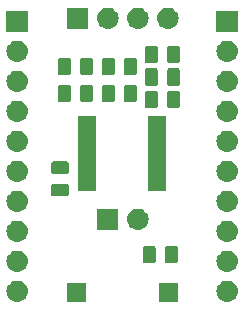
<source format=gbr>
G04 #@! TF.GenerationSoftware,KiCad,Pcbnew,(5.1.4)-1*
G04 #@! TF.CreationDate,2019-11-17T02:46:42+01:00*
G04 #@! TF.ProjectId,STM8_board,53544d38-5f62-46f6-9172-642e6b696361,1.0*
G04 #@! TF.SameCoordinates,Original*
G04 #@! TF.FileFunction,Soldermask,Top*
G04 #@! TF.FilePolarity,Negative*
%FSLAX46Y46*%
G04 Gerber Fmt 4.6, Leading zero omitted, Abs format (unit mm)*
G04 Created by KiCad (PCBNEW (5.1.4)-1) date 2019-11-17 02:46:42*
%MOMM*%
%LPD*%
G04 APERTURE LIST*
%ADD10C,0.100000*%
G04 APERTURE END LIST*
D10*
G36*
X151049942Y-104769518D02*
G01*
X151116127Y-104776037D01*
X151285966Y-104827557D01*
X151442491Y-104911222D01*
X151461107Y-104926500D01*
X151579686Y-105023814D01*
X151662948Y-105125271D01*
X151692278Y-105161009D01*
X151775943Y-105317534D01*
X151827463Y-105487373D01*
X151844859Y-105664000D01*
X151827463Y-105840627D01*
X151775943Y-106010466D01*
X151692278Y-106166991D01*
X151662948Y-106202729D01*
X151579686Y-106304186D01*
X151478229Y-106387448D01*
X151442491Y-106416778D01*
X151285966Y-106500443D01*
X151116127Y-106551963D01*
X151049942Y-106558482D01*
X150983760Y-106565000D01*
X150895240Y-106565000D01*
X150829058Y-106558482D01*
X150762873Y-106551963D01*
X150593034Y-106500443D01*
X150436509Y-106416778D01*
X150400771Y-106387448D01*
X150299314Y-106304186D01*
X150216052Y-106202729D01*
X150186722Y-106166991D01*
X150103057Y-106010466D01*
X150051537Y-105840627D01*
X150034141Y-105664000D01*
X150051537Y-105487373D01*
X150103057Y-105317534D01*
X150186722Y-105161009D01*
X150216052Y-105125271D01*
X150299314Y-105023814D01*
X150417893Y-104926500D01*
X150436509Y-104911222D01*
X150593034Y-104827557D01*
X150762873Y-104776037D01*
X150829058Y-104769518D01*
X150895240Y-104763000D01*
X150983760Y-104763000D01*
X151049942Y-104769518D01*
X151049942Y-104769518D01*
G37*
G36*
X133269942Y-104769518D02*
G01*
X133336127Y-104776037D01*
X133505966Y-104827557D01*
X133662491Y-104911222D01*
X133681107Y-104926500D01*
X133799686Y-105023814D01*
X133882948Y-105125271D01*
X133912278Y-105161009D01*
X133995943Y-105317534D01*
X134047463Y-105487373D01*
X134064859Y-105664000D01*
X134047463Y-105840627D01*
X133995943Y-106010466D01*
X133912278Y-106166991D01*
X133882948Y-106202729D01*
X133799686Y-106304186D01*
X133698229Y-106387448D01*
X133662491Y-106416778D01*
X133505966Y-106500443D01*
X133336127Y-106551963D01*
X133269942Y-106558482D01*
X133203760Y-106565000D01*
X133115240Y-106565000D01*
X133049058Y-106558482D01*
X132982873Y-106551963D01*
X132813034Y-106500443D01*
X132656509Y-106416778D01*
X132620771Y-106387448D01*
X132519314Y-106304186D01*
X132436052Y-106202729D01*
X132406722Y-106166991D01*
X132323057Y-106010466D01*
X132271537Y-105840627D01*
X132254141Y-105664000D01*
X132271537Y-105487373D01*
X132323057Y-105317534D01*
X132406722Y-105161009D01*
X132436052Y-105125271D01*
X132519314Y-105023814D01*
X132637893Y-104926500D01*
X132656509Y-104911222D01*
X132813034Y-104827557D01*
X132982873Y-104776037D01*
X133049058Y-104769518D01*
X133115240Y-104763000D01*
X133203760Y-104763000D01*
X133269942Y-104769518D01*
X133269942Y-104769518D01*
G37*
G36*
X138950500Y-106528500D02*
G01*
X137348500Y-106528500D01*
X137348500Y-104926500D01*
X138950500Y-104926500D01*
X138950500Y-106528500D01*
X138950500Y-106528500D01*
G37*
G36*
X146750500Y-106528500D02*
G01*
X145148500Y-106528500D01*
X145148500Y-104926500D01*
X146750500Y-104926500D01*
X146750500Y-106528500D01*
X146750500Y-106528500D01*
G37*
G36*
X151049943Y-102229519D02*
G01*
X151116127Y-102236037D01*
X151285966Y-102287557D01*
X151442491Y-102371222D01*
X151478229Y-102400552D01*
X151579686Y-102483814D01*
X151662948Y-102585271D01*
X151692278Y-102621009D01*
X151775943Y-102777534D01*
X151827463Y-102947373D01*
X151844859Y-103124000D01*
X151827463Y-103300627D01*
X151775943Y-103470466D01*
X151692278Y-103626991D01*
X151662948Y-103662729D01*
X151579686Y-103764186D01*
X151478229Y-103847448D01*
X151442491Y-103876778D01*
X151285966Y-103960443D01*
X151116127Y-104011963D01*
X151049943Y-104018481D01*
X150983760Y-104025000D01*
X150895240Y-104025000D01*
X150829057Y-104018481D01*
X150762873Y-104011963D01*
X150593034Y-103960443D01*
X150436509Y-103876778D01*
X150400771Y-103847448D01*
X150299314Y-103764186D01*
X150216052Y-103662729D01*
X150186722Y-103626991D01*
X150103057Y-103470466D01*
X150051537Y-103300627D01*
X150034141Y-103124000D01*
X150051537Y-102947373D01*
X150103057Y-102777534D01*
X150186722Y-102621009D01*
X150216052Y-102585271D01*
X150299314Y-102483814D01*
X150400771Y-102400552D01*
X150436509Y-102371222D01*
X150593034Y-102287557D01*
X150762873Y-102236037D01*
X150829057Y-102229519D01*
X150895240Y-102223000D01*
X150983760Y-102223000D01*
X151049943Y-102229519D01*
X151049943Y-102229519D01*
G37*
G36*
X133269943Y-102229519D02*
G01*
X133336127Y-102236037D01*
X133505966Y-102287557D01*
X133662491Y-102371222D01*
X133698229Y-102400552D01*
X133799686Y-102483814D01*
X133882948Y-102585271D01*
X133912278Y-102621009D01*
X133995943Y-102777534D01*
X134047463Y-102947373D01*
X134064859Y-103124000D01*
X134047463Y-103300627D01*
X133995943Y-103470466D01*
X133912278Y-103626991D01*
X133882948Y-103662729D01*
X133799686Y-103764186D01*
X133698229Y-103847448D01*
X133662491Y-103876778D01*
X133505966Y-103960443D01*
X133336127Y-104011963D01*
X133269943Y-104018481D01*
X133203760Y-104025000D01*
X133115240Y-104025000D01*
X133049057Y-104018481D01*
X132982873Y-104011963D01*
X132813034Y-103960443D01*
X132656509Y-103876778D01*
X132620771Y-103847448D01*
X132519314Y-103764186D01*
X132436052Y-103662729D01*
X132406722Y-103626991D01*
X132323057Y-103470466D01*
X132271537Y-103300627D01*
X132254141Y-103124000D01*
X132271537Y-102947373D01*
X132323057Y-102777534D01*
X132406722Y-102621009D01*
X132436052Y-102585271D01*
X132519314Y-102483814D01*
X132620771Y-102400552D01*
X132656509Y-102371222D01*
X132813034Y-102287557D01*
X132982873Y-102236037D01*
X133049057Y-102229519D01*
X133115240Y-102223000D01*
X133203760Y-102223000D01*
X133269943Y-102229519D01*
X133269943Y-102229519D01*
G37*
G36*
X146597468Y-101806065D02*
G01*
X146636138Y-101817796D01*
X146671777Y-101836846D01*
X146703017Y-101862483D01*
X146728654Y-101893723D01*
X146747704Y-101929362D01*
X146759435Y-101968032D01*
X146764000Y-102014388D01*
X146764000Y-103090612D01*
X146759435Y-103136968D01*
X146747704Y-103175638D01*
X146728654Y-103211277D01*
X146703017Y-103242517D01*
X146671777Y-103268154D01*
X146636138Y-103287204D01*
X146597468Y-103298935D01*
X146551112Y-103303500D01*
X145899888Y-103303500D01*
X145853532Y-103298935D01*
X145814862Y-103287204D01*
X145779223Y-103268154D01*
X145747983Y-103242517D01*
X145722346Y-103211277D01*
X145703296Y-103175638D01*
X145691565Y-103136968D01*
X145687000Y-103090612D01*
X145687000Y-102014388D01*
X145691565Y-101968032D01*
X145703296Y-101929362D01*
X145722346Y-101893723D01*
X145747983Y-101862483D01*
X145779223Y-101836846D01*
X145814862Y-101817796D01*
X145853532Y-101806065D01*
X145899888Y-101801500D01*
X146551112Y-101801500D01*
X146597468Y-101806065D01*
X146597468Y-101806065D01*
G37*
G36*
X144722468Y-101806065D02*
G01*
X144761138Y-101817796D01*
X144796777Y-101836846D01*
X144828017Y-101862483D01*
X144853654Y-101893723D01*
X144872704Y-101929362D01*
X144884435Y-101968032D01*
X144889000Y-102014388D01*
X144889000Y-103090612D01*
X144884435Y-103136968D01*
X144872704Y-103175638D01*
X144853654Y-103211277D01*
X144828017Y-103242517D01*
X144796777Y-103268154D01*
X144761138Y-103287204D01*
X144722468Y-103298935D01*
X144676112Y-103303500D01*
X144024888Y-103303500D01*
X143978532Y-103298935D01*
X143939862Y-103287204D01*
X143904223Y-103268154D01*
X143872983Y-103242517D01*
X143847346Y-103211277D01*
X143828296Y-103175638D01*
X143816565Y-103136968D01*
X143812000Y-103090612D01*
X143812000Y-102014388D01*
X143816565Y-101968032D01*
X143828296Y-101929362D01*
X143847346Y-101893723D01*
X143872983Y-101862483D01*
X143904223Y-101836846D01*
X143939862Y-101817796D01*
X143978532Y-101806065D01*
X144024888Y-101801500D01*
X144676112Y-101801500D01*
X144722468Y-101806065D01*
X144722468Y-101806065D01*
G37*
G36*
X133269942Y-99689518D02*
G01*
X133336127Y-99696037D01*
X133505966Y-99747557D01*
X133662491Y-99831222D01*
X133698229Y-99860552D01*
X133799686Y-99943814D01*
X133882948Y-100045271D01*
X133912278Y-100081009D01*
X133995943Y-100237534D01*
X134047463Y-100407373D01*
X134064859Y-100584000D01*
X134047463Y-100760627D01*
X133995943Y-100930466D01*
X133912278Y-101086991D01*
X133882948Y-101122729D01*
X133799686Y-101224186D01*
X133698229Y-101307448D01*
X133662491Y-101336778D01*
X133505966Y-101420443D01*
X133336127Y-101471963D01*
X133269943Y-101478481D01*
X133203760Y-101485000D01*
X133115240Y-101485000D01*
X133049057Y-101478481D01*
X132982873Y-101471963D01*
X132813034Y-101420443D01*
X132656509Y-101336778D01*
X132620771Y-101307448D01*
X132519314Y-101224186D01*
X132436052Y-101122729D01*
X132406722Y-101086991D01*
X132323057Y-100930466D01*
X132271537Y-100760627D01*
X132254141Y-100584000D01*
X132271537Y-100407373D01*
X132323057Y-100237534D01*
X132406722Y-100081009D01*
X132436052Y-100045271D01*
X132519314Y-99943814D01*
X132620771Y-99860552D01*
X132656509Y-99831222D01*
X132813034Y-99747557D01*
X132982873Y-99696037D01*
X133049058Y-99689518D01*
X133115240Y-99683000D01*
X133203760Y-99683000D01*
X133269942Y-99689518D01*
X133269942Y-99689518D01*
G37*
G36*
X151049942Y-99689518D02*
G01*
X151116127Y-99696037D01*
X151285966Y-99747557D01*
X151442491Y-99831222D01*
X151478229Y-99860552D01*
X151579686Y-99943814D01*
X151662948Y-100045271D01*
X151692278Y-100081009D01*
X151775943Y-100237534D01*
X151827463Y-100407373D01*
X151844859Y-100584000D01*
X151827463Y-100760627D01*
X151775943Y-100930466D01*
X151692278Y-101086991D01*
X151662948Y-101122729D01*
X151579686Y-101224186D01*
X151478229Y-101307448D01*
X151442491Y-101336778D01*
X151285966Y-101420443D01*
X151116127Y-101471963D01*
X151049943Y-101478481D01*
X150983760Y-101485000D01*
X150895240Y-101485000D01*
X150829057Y-101478481D01*
X150762873Y-101471963D01*
X150593034Y-101420443D01*
X150436509Y-101336778D01*
X150400771Y-101307448D01*
X150299314Y-101224186D01*
X150216052Y-101122729D01*
X150186722Y-101086991D01*
X150103057Y-100930466D01*
X150051537Y-100760627D01*
X150034141Y-100584000D01*
X150051537Y-100407373D01*
X150103057Y-100237534D01*
X150186722Y-100081009D01*
X150216052Y-100045271D01*
X150299314Y-99943814D01*
X150400771Y-99860552D01*
X150436509Y-99831222D01*
X150593034Y-99747557D01*
X150762873Y-99696037D01*
X150829058Y-99689518D01*
X150895240Y-99683000D01*
X150983760Y-99683000D01*
X151049942Y-99689518D01*
X151049942Y-99689518D01*
G37*
G36*
X143493442Y-98673518D02*
G01*
X143559627Y-98680037D01*
X143729466Y-98731557D01*
X143885991Y-98815222D01*
X143921729Y-98844552D01*
X144023186Y-98927814D01*
X144106448Y-99029271D01*
X144135778Y-99065009D01*
X144219443Y-99221534D01*
X144270963Y-99391373D01*
X144288359Y-99568000D01*
X144270963Y-99744627D01*
X144219443Y-99914466D01*
X144135778Y-100070991D01*
X144106448Y-100106729D01*
X144023186Y-100208186D01*
X143921729Y-100291448D01*
X143885991Y-100320778D01*
X143729466Y-100404443D01*
X143559627Y-100455963D01*
X143493442Y-100462482D01*
X143427260Y-100469000D01*
X143338740Y-100469000D01*
X143272557Y-100462481D01*
X143206373Y-100455963D01*
X143036534Y-100404443D01*
X142880009Y-100320778D01*
X142844271Y-100291448D01*
X142742814Y-100208186D01*
X142659552Y-100106729D01*
X142630222Y-100070991D01*
X142546557Y-99914466D01*
X142495037Y-99744627D01*
X142477641Y-99568000D01*
X142495037Y-99391373D01*
X142546557Y-99221534D01*
X142630222Y-99065009D01*
X142659552Y-99029271D01*
X142742814Y-98927814D01*
X142844271Y-98844552D01*
X142880009Y-98815222D01*
X143036534Y-98731557D01*
X143206373Y-98680037D01*
X143272558Y-98673518D01*
X143338740Y-98667000D01*
X143427260Y-98667000D01*
X143493442Y-98673518D01*
X143493442Y-98673518D01*
G37*
G36*
X141744000Y-100469000D02*
G01*
X139942000Y-100469000D01*
X139942000Y-98667000D01*
X141744000Y-98667000D01*
X141744000Y-100469000D01*
X141744000Y-100469000D01*
G37*
G36*
X151049943Y-97149519D02*
G01*
X151116127Y-97156037D01*
X151285966Y-97207557D01*
X151442491Y-97291222D01*
X151478229Y-97320552D01*
X151579686Y-97403814D01*
X151648067Y-97487138D01*
X151692278Y-97541009D01*
X151775943Y-97697534D01*
X151827463Y-97867373D01*
X151844859Y-98044000D01*
X151827463Y-98220627D01*
X151775943Y-98390466D01*
X151692278Y-98546991D01*
X151662948Y-98582729D01*
X151579686Y-98684186D01*
X151478229Y-98767448D01*
X151442491Y-98796778D01*
X151285966Y-98880443D01*
X151116127Y-98931963D01*
X151049943Y-98938481D01*
X150983760Y-98945000D01*
X150895240Y-98945000D01*
X150829058Y-98938482D01*
X150762873Y-98931963D01*
X150593034Y-98880443D01*
X150436509Y-98796778D01*
X150400771Y-98767448D01*
X150299314Y-98684186D01*
X150216052Y-98582729D01*
X150186722Y-98546991D01*
X150103057Y-98390466D01*
X150051537Y-98220627D01*
X150034141Y-98044000D01*
X150051537Y-97867373D01*
X150103057Y-97697534D01*
X150186722Y-97541009D01*
X150230933Y-97487138D01*
X150299314Y-97403814D01*
X150400771Y-97320552D01*
X150436509Y-97291222D01*
X150593034Y-97207557D01*
X150762873Y-97156037D01*
X150829058Y-97149518D01*
X150895240Y-97143000D01*
X150983760Y-97143000D01*
X151049943Y-97149519D01*
X151049943Y-97149519D01*
G37*
G36*
X133269943Y-97149519D02*
G01*
X133336127Y-97156037D01*
X133505966Y-97207557D01*
X133662491Y-97291222D01*
X133698229Y-97320552D01*
X133799686Y-97403814D01*
X133868067Y-97487138D01*
X133912278Y-97541009D01*
X133995943Y-97697534D01*
X134047463Y-97867373D01*
X134064859Y-98044000D01*
X134047463Y-98220627D01*
X133995943Y-98390466D01*
X133912278Y-98546991D01*
X133882948Y-98582729D01*
X133799686Y-98684186D01*
X133698229Y-98767448D01*
X133662491Y-98796778D01*
X133505966Y-98880443D01*
X133336127Y-98931963D01*
X133269943Y-98938481D01*
X133203760Y-98945000D01*
X133115240Y-98945000D01*
X133049058Y-98938482D01*
X132982873Y-98931963D01*
X132813034Y-98880443D01*
X132656509Y-98796778D01*
X132620771Y-98767448D01*
X132519314Y-98684186D01*
X132436052Y-98582729D01*
X132406722Y-98546991D01*
X132323057Y-98390466D01*
X132271537Y-98220627D01*
X132254141Y-98044000D01*
X132271537Y-97867373D01*
X132323057Y-97697534D01*
X132406722Y-97541009D01*
X132450933Y-97487138D01*
X132519314Y-97403814D01*
X132620771Y-97320552D01*
X132656509Y-97291222D01*
X132813034Y-97207557D01*
X132982873Y-97156037D01*
X133049058Y-97149518D01*
X133115240Y-97143000D01*
X133203760Y-97143000D01*
X133269943Y-97149519D01*
X133269943Y-97149519D01*
G37*
G36*
X137363468Y-96542565D02*
G01*
X137402138Y-96554296D01*
X137437777Y-96573346D01*
X137469017Y-96598983D01*
X137494654Y-96630223D01*
X137513704Y-96665862D01*
X137525435Y-96704532D01*
X137530000Y-96750888D01*
X137530000Y-97402112D01*
X137525435Y-97448468D01*
X137513704Y-97487138D01*
X137494654Y-97522777D01*
X137469017Y-97554017D01*
X137437777Y-97579654D01*
X137402138Y-97598704D01*
X137363468Y-97610435D01*
X137317112Y-97615000D01*
X136240888Y-97615000D01*
X136194532Y-97610435D01*
X136155862Y-97598704D01*
X136120223Y-97579654D01*
X136088983Y-97554017D01*
X136063346Y-97522777D01*
X136044296Y-97487138D01*
X136032565Y-97448468D01*
X136028000Y-97402112D01*
X136028000Y-96750888D01*
X136032565Y-96704532D01*
X136044296Y-96665862D01*
X136063346Y-96630223D01*
X136088983Y-96598983D01*
X136120223Y-96573346D01*
X136155862Y-96554296D01*
X136194532Y-96542565D01*
X136240888Y-96538000D01*
X137317112Y-96538000D01*
X137363468Y-96542565D01*
X137363468Y-96542565D01*
G37*
G36*
X145775500Y-97181000D02*
G01*
X144223500Y-97181000D01*
X144223500Y-90779000D01*
X145775500Y-90779000D01*
X145775500Y-97181000D01*
X145775500Y-97181000D01*
G37*
G36*
X139875500Y-97181000D02*
G01*
X138323500Y-97181000D01*
X138323500Y-90779000D01*
X139875500Y-90779000D01*
X139875500Y-97181000D01*
X139875500Y-97181000D01*
G37*
G36*
X151049942Y-94609518D02*
G01*
X151116127Y-94616037D01*
X151285966Y-94667557D01*
X151442491Y-94751222D01*
X151447366Y-94755223D01*
X151579686Y-94863814D01*
X151635849Y-94932250D01*
X151692278Y-95001009D01*
X151775943Y-95157534D01*
X151827463Y-95327373D01*
X151844859Y-95504000D01*
X151827463Y-95680627D01*
X151775943Y-95850466D01*
X151692278Y-96006991D01*
X151662948Y-96042729D01*
X151579686Y-96144186D01*
X151478229Y-96227448D01*
X151442491Y-96256778D01*
X151285966Y-96340443D01*
X151116127Y-96391963D01*
X151049942Y-96398482D01*
X150983760Y-96405000D01*
X150895240Y-96405000D01*
X150829058Y-96398482D01*
X150762873Y-96391963D01*
X150593034Y-96340443D01*
X150436509Y-96256778D01*
X150400771Y-96227448D01*
X150299314Y-96144186D01*
X150216052Y-96042729D01*
X150186722Y-96006991D01*
X150103057Y-95850466D01*
X150051537Y-95680627D01*
X150034141Y-95504000D01*
X150051537Y-95327373D01*
X150103057Y-95157534D01*
X150186722Y-95001009D01*
X150243151Y-94932250D01*
X150299314Y-94863814D01*
X150431634Y-94755223D01*
X150436509Y-94751222D01*
X150593034Y-94667557D01*
X150762873Y-94616037D01*
X150829058Y-94609518D01*
X150895240Y-94603000D01*
X150983760Y-94603000D01*
X151049942Y-94609518D01*
X151049942Y-94609518D01*
G37*
G36*
X133269942Y-94609518D02*
G01*
X133336127Y-94616037D01*
X133505966Y-94667557D01*
X133662491Y-94751222D01*
X133667366Y-94755223D01*
X133799686Y-94863814D01*
X133855849Y-94932250D01*
X133912278Y-95001009D01*
X133995943Y-95157534D01*
X134047463Y-95327373D01*
X134064859Y-95504000D01*
X134047463Y-95680627D01*
X133995943Y-95850466D01*
X133912278Y-96006991D01*
X133882948Y-96042729D01*
X133799686Y-96144186D01*
X133698229Y-96227448D01*
X133662491Y-96256778D01*
X133505966Y-96340443D01*
X133336127Y-96391963D01*
X133269942Y-96398482D01*
X133203760Y-96405000D01*
X133115240Y-96405000D01*
X133049058Y-96398482D01*
X132982873Y-96391963D01*
X132813034Y-96340443D01*
X132656509Y-96256778D01*
X132620771Y-96227448D01*
X132519314Y-96144186D01*
X132436052Y-96042729D01*
X132406722Y-96006991D01*
X132323057Y-95850466D01*
X132271537Y-95680627D01*
X132254141Y-95504000D01*
X132271537Y-95327373D01*
X132323057Y-95157534D01*
X132406722Y-95001009D01*
X132463151Y-94932250D01*
X132519314Y-94863814D01*
X132651634Y-94755223D01*
X132656509Y-94751222D01*
X132813034Y-94667557D01*
X132982873Y-94616037D01*
X133049058Y-94609518D01*
X133115240Y-94603000D01*
X133203760Y-94603000D01*
X133269942Y-94609518D01*
X133269942Y-94609518D01*
G37*
G36*
X137363468Y-94667565D02*
G01*
X137402138Y-94679296D01*
X137437777Y-94698346D01*
X137469017Y-94723983D01*
X137494654Y-94755223D01*
X137513704Y-94790862D01*
X137525435Y-94829532D01*
X137530000Y-94875888D01*
X137530000Y-95527112D01*
X137525435Y-95573468D01*
X137513704Y-95612138D01*
X137494654Y-95647777D01*
X137469017Y-95679017D01*
X137437777Y-95704654D01*
X137402138Y-95723704D01*
X137363468Y-95735435D01*
X137317112Y-95740000D01*
X136240888Y-95740000D01*
X136194532Y-95735435D01*
X136155862Y-95723704D01*
X136120223Y-95704654D01*
X136088983Y-95679017D01*
X136063346Y-95647777D01*
X136044296Y-95612138D01*
X136032565Y-95573468D01*
X136028000Y-95527112D01*
X136028000Y-94875888D01*
X136032565Y-94829532D01*
X136044296Y-94790862D01*
X136063346Y-94755223D01*
X136088983Y-94723983D01*
X136120223Y-94698346D01*
X136155862Y-94679296D01*
X136194532Y-94667565D01*
X136240888Y-94663000D01*
X137317112Y-94663000D01*
X137363468Y-94667565D01*
X137363468Y-94667565D01*
G37*
G36*
X151049943Y-92069519D02*
G01*
X151116127Y-92076037D01*
X151285966Y-92127557D01*
X151442491Y-92211222D01*
X151478229Y-92240552D01*
X151579686Y-92323814D01*
X151662948Y-92425271D01*
X151692278Y-92461009D01*
X151775943Y-92617534D01*
X151827463Y-92787373D01*
X151844859Y-92964000D01*
X151827463Y-93140627D01*
X151775943Y-93310466D01*
X151692278Y-93466991D01*
X151662948Y-93502729D01*
X151579686Y-93604186D01*
X151478229Y-93687448D01*
X151442491Y-93716778D01*
X151285966Y-93800443D01*
X151116127Y-93851963D01*
X151049943Y-93858481D01*
X150983760Y-93865000D01*
X150895240Y-93865000D01*
X150829057Y-93858481D01*
X150762873Y-93851963D01*
X150593034Y-93800443D01*
X150436509Y-93716778D01*
X150400771Y-93687448D01*
X150299314Y-93604186D01*
X150216052Y-93502729D01*
X150186722Y-93466991D01*
X150103057Y-93310466D01*
X150051537Y-93140627D01*
X150034141Y-92964000D01*
X150051537Y-92787373D01*
X150103057Y-92617534D01*
X150186722Y-92461009D01*
X150216052Y-92425271D01*
X150299314Y-92323814D01*
X150400771Y-92240552D01*
X150436509Y-92211222D01*
X150593034Y-92127557D01*
X150762873Y-92076037D01*
X150829057Y-92069519D01*
X150895240Y-92063000D01*
X150983760Y-92063000D01*
X151049943Y-92069519D01*
X151049943Y-92069519D01*
G37*
G36*
X133269943Y-92069519D02*
G01*
X133336127Y-92076037D01*
X133505966Y-92127557D01*
X133662491Y-92211222D01*
X133698229Y-92240552D01*
X133799686Y-92323814D01*
X133882948Y-92425271D01*
X133912278Y-92461009D01*
X133995943Y-92617534D01*
X134047463Y-92787373D01*
X134064859Y-92964000D01*
X134047463Y-93140627D01*
X133995943Y-93310466D01*
X133912278Y-93466991D01*
X133882948Y-93502729D01*
X133799686Y-93604186D01*
X133698229Y-93687448D01*
X133662491Y-93716778D01*
X133505966Y-93800443D01*
X133336127Y-93851963D01*
X133269943Y-93858481D01*
X133203760Y-93865000D01*
X133115240Y-93865000D01*
X133049057Y-93858481D01*
X132982873Y-93851963D01*
X132813034Y-93800443D01*
X132656509Y-93716778D01*
X132620771Y-93687448D01*
X132519314Y-93604186D01*
X132436052Y-93502729D01*
X132406722Y-93466991D01*
X132323057Y-93310466D01*
X132271537Y-93140627D01*
X132254141Y-92964000D01*
X132271537Y-92787373D01*
X132323057Y-92617534D01*
X132406722Y-92461009D01*
X132436052Y-92425271D01*
X132519314Y-92323814D01*
X132620771Y-92240552D01*
X132656509Y-92211222D01*
X132813034Y-92127557D01*
X132982873Y-92076037D01*
X133049057Y-92069519D01*
X133115240Y-92063000D01*
X133203760Y-92063000D01*
X133269943Y-92069519D01*
X133269943Y-92069519D01*
G37*
G36*
X151049942Y-89529518D02*
G01*
X151116127Y-89536037D01*
X151285966Y-89587557D01*
X151442491Y-89671222D01*
X151478229Y-89700552D01*
X151579686Y-89783814D01*
X151662948Y-89885271D01*
X151692278Y-89921009D01*
X151775943Y-90077534D01*
X151827463Y-90247373D01*
X151844859Y-90424000D01*
X151827463Y-90600627D01*
X151775943Y-90770466D01*
X151775942Y-90770468D01*
X151734110Y-90848729D01*
X151692278Y-90926991D01*
X151662948Y-90962729D01*
X151579686Y-91064186D01*
X151478229Y-91147448D01*
X151442491Y-91176778D01*
X151285966Y-91260443D01*
X151116127Y-91311963D01*
X151049942Y-91318482D01*
X150983760Y-91325000D01*
X150895240Y-91325000D01*
X150829057Y-91318481D01*
X150762873Y-91311963D01*
X150593034Y-91260443D01*
X150436509Y-91176778D01*
X150400771Y-91147448D01*
X150299314Y-91064186D01*
X150216052Y-90962729D01*
X150186722Y-90926991D01*
X150144889Y-90848728D01*
X150103058Y-90770468D01*
X150103057Y-90770466D01*
X150051537Y-90600627D01*
X150034141Y-90424000D01*
X150051537Y-90247373D01*
X150103057Y-90077534D01*
X150186722Y-89921009D01*
X150216052Y-89885271D01*
X150299314Y-89783814D01*
X150400771Y-89700552D01*
X150436509Y-89671222D01*
X150593034Y-89587557D01*
X150762873Y-89536037D01*
X150829058Y-89529518D01*
X150895240Y-89523000D01*
X150983760Y-89523000D01*
X151049942Y-89529518D01*
X151049942Y-89529518D01*
G37*
G36*
X133269942Y-89529518D02*
G01*
X133336127Y-89536037D01*
X133505966Y-89587557D01*
X133662491Y-89671222D01*
X133698229Y-89700552D01*
X133799686Y-89783814D01*
X133882948Y-89885271D01*
X133912278Y-89921009D01*
X133995943Y-90077534D01*
X134047463Y-90247373D01*
X134064859Y-90424000D01*
X134047463Y-90600627D01*
X133995943Y-90770466D01*
X133995942Y-90770468D01*
X133954110Y-90848729D01*
X133912278Y-90926991D01*
X133882948Y-90962729D01*
X133799686Y-91064186D01*
X133698229Y-91147448D01*
X133662491Y-91176778D01*
X133505966Y-91260443D01*
X133336127Y-91311963D01*
X133269943Y-91318481D01*
X133203760Y-91325000D01*
X133115240Y-91325000D01*
X133049057Y-91318481D01*
X132982873Y-91311963D01*
X132813034Y-91260443D01*
X132656509Y-91176778D01*
X132620771Y-91147448D01*
X132519314Y-91064186D01*
X132436052Y-90962729D01*
X132406722Y-90926991D01*
X132364889Y-90848728D01*
X132323058Y-90770468D01*
X132323057Y-90770466D01*
X132271537Y-90600627D01*
X132254141Y-90424000D01*
X132271537Y-90247373D01*
X132323057Y-90077534D01*
X132406722Y-89921009D01*
X132436052Y-89885271D01*
X132519314Y-89783814D01*
X132620771Y-89700552D01*
X132656509Y-89671222D01*
X132813034Y-89587557D01*
X132982873Y-89536037D01*
X133049058Y-89529518D01*
X133115240Y-89523000D01*
X133203760Y-89523000D01*
X133269942Y-89529518D01*
X133269942Y-89529518D01*
G37*
G36*
X144897968Y-88661565D02*
G01*
X144936638Y-88673296D01*
X144972277Y-88692346D01*
X145003517Y-88717983D01*
X145029154Y-88749223D01*
X145048204Y-88784862D01*
X145059935Y-88823532D01*
X145064500Y-88869888D01*
X145064500Y-89946112D01*
X145059935Y-89992468D01*
X145048204Y-90031138D01*
X145029154Y-90066777D01*
X145003517Y-90098017D01*
X144972277Y-90123654D01*
X144936638Y-90142704D01*
X144897968Y-90154435D01*
X144851612Y-90159000D01*
X144200388Y-90159000D01*
X144154032Y-90154435D01*
X144115362Y-90142704D01*
X144079723Y-90123654D01*
X144048483Y-90098017D01*
X144022846Y-90066777D01*
X144003796Y-90031138D01*
X143992065Y-89992468D01*
X143987500Y-89946112D01*
X143987500Y-88869888D01*
X143992065Y-88823532D01*
X144003796Y-88784862D01*
X144022846Y-88749223D01*
X144048483Y-88717983D01*
X144079723Y-88692346D01*
X144115362Y-88673296D01*
X144154032Y-88661565D01*
X144200388Y-88657000D01*
X144851612Y-88657000D01*
X144897968Y-88661565D01*
X144897968Y-88661565D01*
G37*
G36*
X146772968Y-88661565D02*
G01*
X146811638Y-88673296D01*
X146847277Y-88692346D01*
X146878517Y-88717983D01*
X146904154Y-88749223D01*
X146923204Y-88784862D01*
X146934935Y-88823532D01*
X146939500Y-88869888D01*
X146939500Y-89946112D01*
X146934935Y-89992468D01*
X146923204Y-90031138D01*
X146904154Y-90066777D01*
X146878517Y-90098017D01*
X146847277Y-90123654D01*
X146811638Y-90142704D01*
X146772968Y-90154435D01*
X146726612Y-90159000D01*
X146075388Y-90159000D01*
X146029032Y-90154435D01*
X145990362Y-90142704D01*
X145954723Y-90123654D01*
X145923483Y-90098017D01*
X145897846Y-90066777D01*
X145878796Y-90031138D01*
X145867065Y-89992468D01*
X145862500Y-89946112D01*
X145862500Y-88869888D01*
X145867065Y-88823532D01*
X145878796Y-88784862D01*
X145897846Y-88749223D01*
X145923483Y-88717983D01*
X145954723Y-88692346D01*
X145990362Y-88673296D01*
X146029032Y-88661565D01*
X146075388Y-88657000D01*
X146726612Y-88657000D01*
X146772968Y-88661565D01*
X146772968Y-88661565D01*
G37*
G36*
X143119968Y-88153565D02*
G01*
X143158638Y-88165296D01*
X143194277Y-88184346D01*
X143225517Y-88209983D01*
X143251154Y-88241223D01*
X143270204Y-88276862D01*
X143281935Y-88315532D01*
X143286500Y-88361888D01*
X143286500Y-89438112D01*
X143281935Y-89484468D01*
X143270204Y-89523138D01*
X143251154Y-89558777D01*
X143225517Y-89590017D01*
X143194277Y-89615654D01*
X143158638Y-89634704D01*
X143119968Y-89646435D01*
X143073612Y-89651000D01*
X142422388Y-89651000D01*
X142376032Y-89646435D01*
X142337362Y-89634704D01*
X142301723Y-89615654D01*
X142270483Y-89590017D01*
X142244846Y-89558777D01*
X142225796Y-89523138D01*
X142214065Y-89484468D01*
X142209500Y-89438112D01*
X142209500Y-88361888D01*
X142214065Y-88315532D01*
X142225796Y-88276862D01*
X142244846Y-88241223D01*
X142270483Y-88209983D01*
X142301723Y-88184346D01*
X142337362Y-88165296D01*
X142376032Y-88153565D01*
X142422388Y-88149000D01*
X143073612Y-88149000D01*
X143119968Y-88153565D01*
X143119968Y-88153565D01*
G37*
G36*
X141244968Y-88153565D02*
G01*
X141283638Y-88165296D01*
X141319277Y-88184346D01*
X141350517Y-88209983D01*
X141376154Y-88241223D01*
X141395204Y-88276862D01*
X141406935Y-88315532D01*
X141411500Y-88361888D01*
X141411500Y-89438112D01*
X141406935Y-89484468D01*
X141395204Y-89523138D01*
X141376154Y-89558777D01*
X141350517Y-89590017D01*
X141319277Y-89615654D01*
X141283638Y-89634704D01*
X141244968Y-89646435D01*
X141198612Y-89651000D01*
X140547388Y-89651000D01*
X140501032Y-89646435D01*
X140462362Y-89634704D01*
X140426723Y-89615654D01*
X140395483Y-89590017D01*
X140369846Y-89558777D01*
X140350796Y-89523138D01*
X140339065Y-89484468D01*
X140334500Y-89438112D01*
X140334500Y-88361888D01*
X140339065Y-88315532D01*
X140350796Y-88276862D01*
X140369846Y-88241223D01*
X140395483Y-88209983D01*
X140426723Y-88184346D01*
X140462362Y-88165296D01*
X140501032Y-88153565D01*
X140547388Y-88149000D01*
X141198612Y-88149000D01*
X141244968Y-88153565D01*
X141244968Y-88153565D01*
G37*
G36*
X137531968Y-88153565D02*
G01*
X137570638Y-88165296D01*
X137606277Y-88184346D01*
X137637517Y-88209983D01*
X137663154Y-88241223D01*
X137682204Y-88276862D01*
X137693935Y-88315532D01*
X137698500Y-88361888D01*
X137698500Y-89438112D01*
X137693935Y-89484468D01*
X137682204Y-89523138D01*
X137663154Y-89558777D01*
X137637517Y-89590017D01*
X137606277Y-89615654D01*
X137570638Y-89634704D01*
X137531968Y-89646435D01*
X137485612Y-89651000D01*
X136834388Y-89651000D01*
X136788032Y-89646435D01*
X136749362Y-89634704D01*
X136713723Y-89615654D01*
X136682483Y-89590017D01*
X136656846Y-89558777D01*
X136637796Y-89523138D01*
X136626065Y-89484468D01*
X136621500Y-89438112D01*
X136621500Y-88361888D01*
X136626065Y-88315532D01*
X136637796Y-88276862D01*
X136656846Y-88241223D01*
X136682483Y-88209983D01*
X136713723Y-88184346D01*
X136749362Y-88165296D01*
X136788032Y-88153565D01*
X136834388Y-88149000D01*
X137485612Y-88149000D01*
X137531968Y-88153565D01*
X137531968Y-88153565D01*
G37*
G36*
X139406968Y-88153565D02*
G01*
X139445638Y-88165296D01*
X139481277Y-88184346D01*
X139512517Y-88209983D01*
X139538154Y-88241223D01*
X139557204Y-88276862D01*
X139568935Y-88315532D01*
X139573500Y-88361888D01*
X139573500Y-89438112D01*
X139568935Y-89484468D01*
X139557204Y-89523138D01*
X139538154Y-89558777D01*
X139512517Y-89590017D01*
X139481277Y-89615654D01*
X139445638Y-89634704D01*
X139406968Y-89646435D01*
X139360612Y-89651000D01*
X138709388Y-89651000D01*
X138663032Y-89646435D01*
X138624362Y-89634704D01*
X138588723Y-89615654D01*
X138557483Y-89590017D01*
X138531846Y-89558777D01*
X138512796Y-89523138D01*
X138501065Y-89484468D01*
X138496500Y-89438112D01*
X138496500Y-88361888D01*
X138501065Y-88315532D01*
X138512796Y-88276862D01*
X138531846Y-88241223D01*
X138557483Y-88209983D01*
X138588723Y-88184346D01*
X138624362Y-88165296D01*
X138663032Y-88153565D01*
X138709388Y-88149000D01*
X139360612Y-88149000D01*
X139406968Y-88153565D01*
X139406968Y-88153565D01*
G37*
G36*
X151049943Y-86989519D02*
G01*
X151116127Y-86996037D01*
X151285966Y-87047557D01*
X151442491Y-87131222D01*
X151467945Y-87152112D01*
X151579686Y-87243814D01*
X151650132Y-87329654D01*
X151692278Y-87381009D01*
X151775943Y-87537534D01*
X151827463Y-87707373D01*
X151844859Y-87884000D01*
X151827463Y-88060627D01*
X151775943Y-88230466D01*
X151692278Y-88386991D01*
X151666624Y-88418250D01*
X151579686Y-88524186D01*
X151478229Y-88607448D01*
X151442491Y-88636778D01*
X151285966Y-88720443D01*
X151116127Y-88771963D01*
X151068406Y-88776663D01*
X150983760Y-88785000D01*
X150895240Y-88785000D01*
X150810594Y-88776663D01*
X150762873Y-88771963D01*
X150593034Y-88720443D01*
X150436509Y-88636778D01*
X150400771Y-88607448D01*
X150299314Y-88524186D01*
X150212376Y-88418250D01*
X150186722Y-88386991D01*
X150103057Y-88230466D01*
X150051537Y-88060627D01*
X150034141Y-87884000D01*
X150051537Y-87707373D01*
X150103057Y-87537534D01*
X150186722Y-87381009D01*
X150228868Y-87329654D01*
X150299314Y-87243814D01*
X150411055Y-87152112D01*
X150436509Y-87131222D01*
X150593034Y-87047557D01*
X150762873Y-86996037D01*
X150829057Y-86989519D01*
X150895240Y-86983000D01*
X150983760Y-86983000D01*
X151049943Y-86989519D01*
X151049943Y-86989519D01*
G37*
G36*
X133269943Y-86989519D02*
G01*
X133336127Y-86996037D01*
X133505966Y-87047557D01*
X133662491Y-87131222D01*
X133687945Y-87152112D01*
X133799686Y-87243814D01*
X133870132Y-87329654D01*
X133912278Y-87381009D01*
X133995943Y-87537534D01*
X134047463Y-87707373D01*
X134064859Y-87884000D01*
X134047463Y-88060627D01*
X133995943Y-88230466D01*
X133912278Y-88386991D01*
X133886624Y-88418250D01*
X133799686Y-88524186D01*
X133698229Y-88607448D01*
X133662491Y-88636778D01*
X133505966Y-88720443D01*
X133336127Y-88771963D01*
X133288406Y-88776663D01*
X133203760Y-88785000D01*
X133115240Y-88785000D01*
X133030594Y-88776663D01*
X132982873Y-88771963D01*
X132813034Y-88720443D01*
X132656509Y-88636778D01*
X132620771Y-88607448D01*
X132519314Y-88524186D01*
X132432376Y-88418250D01*
X132406722Y-88386991D01*
X132323057Y-88230466D01*
X132271537Y-88060627D01*
X132254141Y-87884000D01*
X132271537Y-87707373D01*
X132323057Y-87537534D01*
X132406722Y-87381009D01*
X132448868Y-87329654D01*
X132519314Y-87243814D01*
X132631055Y-87152112D01*
X132656509Y-87131222D01*
X132813034Y-87047557D01*
X132982873Y-86996037D01*
X133049057Y-86989519D01*
X133115240Y-86983000D01*
X133203760Y-86983000D01*
X133269943Y-86989519D01*
X133269943Y-86989519D01*
G37*
G36*
X146772968Y-86756565D02*
G01*
X146811638Y-86768296D01*
X146847277Y-86787346D01*
X146878517Y-86812983D01*
X146904154Y-86844223D01*
X146923204Y-86879862D01*
X146934935Y-86918532D01*
X146939500Y-86964888D01*
X146939500Y-88041112D01*
X146934935Y-88087468D01*
X146923204Y-88126138D01*
X146904154Y-88161777D01*
X146878517Y-88193017D01*
X146847277Y-88218654D01*
X146811638Y-88237704D01*
X146772968Y-88249435D01*
X146726612Y-88254000D01*
X146075388Y-88254000D01*
X146029032Y-88249435D01*
X145990362Y-88237704D01*
X145954723Y-88218654D01*
X145923483Y-88193017D01*
X145897846Y-88161777D01*
X145878796Y-88126138D01*
X145867065Y-88087468D01*
X145862500Y-88041112D01*
X145862500Y-86964888D01*
X145867065Y-86918532D01*
X145878796Y-86879862D01*
X145897846Y-86844223D01*
X145923483Y-86812983D01*
X145954723Y-86787346D01*
X145990362Y-86768296D01*
X146029032Y-86756565D01*
X146075388Y-86752000D01*
X146726612Y-86752000D01*
X146772968Y-86756565D01*
X146772968Y-86756565D01*
G37*
G36*
X144897968Y-86756565D02*
G01*
X144936638Y-86768296D01*
X144972277Y-86787346D01*
X145003517Y-86812983D01*
X145029154Y-86844223D01*
X145048204Y-86879862D01*
X145059935Y-86918532D01*
X145064500Y-86964888D01*
X145064500Y-88041112D01*
X145059935Y-88087468D01*
X145048204Y-88126138D01*
X145029154Y-88161777D01*
X145003517Y-88193017D01*
X144972277Y-88218654D01*
X144936638Y-88237704D01*
X144897968Y-88249435D01*
X144851612Y-88254000D01*
X144200388Y-88254000D01*
X144154032Y-88249435D01*
X144115362Y-88237704D01*
X144079723Y-88218654D01*
X144048483Y-88193017D01*
X144022846Y-88161777D01*
X144003796Y-88126138D01*
X143992065Y-88087468D01*
X143987500Y-88041112D01*
X143987500Y-86964888D01*
X143992065Y-86918532D01*
X144003796Y-86879862D01*
X144022846Y-86844223D01*
X144048483Y-86812983D01*
X144079723Y-86787346D01*
X144115362Y-86768296D01*
X144154032Y-86756565D01*
X144200388Y-86752000D01*
X144851612Y-86752000D01*
X144897968Y-86756565D01*
X144897968Y-86756565D01*
G37*
G36*
X137531968Y-85867565D02*
G01*
X137570638Y-85879296D01*
X137606277Y-85898346D01*
X137637517Y-85923983D01*
X137663154Y-85955223D01*
X137682204Y-85990862D01*
X137693935Y-86029532D01*
X137698500Y-86075888D01*
X137698500Y-87152112D01*
X137693935Y-87198468D01*
X137682204Y-87237138D01*
X137663154Y-87272777D01*
X137637517Y-87304017D01*
X137606277Y-87329654D01*
X137570638Y-87348704D01*
X137531968Y-87360435D01*
X137485612Y-87365000D01*
X136834388Y-87365000D01*
X136788032Y-87360435D01*
X136749362Y-87348704D01*
X136713723Y-87329654D01*
X136682483Y-87304017D01*
X136656846Y-87272777D01*
X136637796Y-87237138D01*
X136626065Y-87198468D01*
X136621500Y-87152112D01*
X136621500Y-86075888D01*
X136626065Y-86029532D01*
X136637796Y-85990862D01*
X136656846Y-85955223D01*
X136682483Y-85923983D01*
X136713723Y-85898346D01*
X136749362Y-85879296D01*
X136788032Y-85867565D01*
X136834388Y-85863000D01*
X137485612Y-85863000D01*
X137531968Y-85867565D01*
X137531968Y-85867565D01*
G37*
G36*
X139406968Y-85867565D02*
G01*
X139445638Y-85879296D01*
X139481277Y-85898346D01*
X139512517Y-85923983D01*
X139538154Y-85955223D01*
X139557204Y-85990862D01*
X139568935Y-86029532D01*
X139573500Y-86075888D01*
X139573500Y-87152112D01*
X139568935Y-87198468D01*
X139557204Y-87237138D01*
X139538154Y-87272777D01*
X139512517Y-87304017D01*
X139481277Y-87329654D01*
X139445638Y-87348704D01*
X139406968Y-87360435D01*
X139360612Y-87365000D01*
X138709388Y-87365000D01*
X138663032Y-87360435D01*
X138624362Y-87348704D01*
X138588723Y-87329654D01*
X138557483Y-87304017D01*
X138531846Y-87272777D01*
X138512796Y-87237138D01*
X138501065Y-87198468D01*
X138496500Y-87152112D01*
X138496500Y-86075888D01*
X138501065Y-86029532D01*
X138512796Y-85990862D01*
X138531846Y-85955223D01*
X138557483Y-85923983D01*
X138588723Y-85898346D01*
X138624362Y-85879296D01*
X138663032Y-85867565D01*
X138709388Y-85863000D01*
X139360612Y-85863000D01*
X139406968Y-85867565D01*
X139406968Y-85867565D01*
G37*
G36*
X143119968Y-85867565D02*
G01*
X143158638Y-85879296D01*
X143194277Y-85898346D01*
X143225517Y-85923983D01*
X143251154Y-85955223D01*
X143270204Y-85990862D01*
X143281935Y-86029532D01*
X143286500Y-86075888D01*
X143286500Y-87152112D01*
X143281935Y-87198468D01*
X143270204Y-87237138D01*
X143251154Y-87272777D01*
X143225517Y-87304017D01*
X143194277Y-87329654D01*
X143158638Y-87348704D01*
X143119968Y-87360435D01*
X143073612Y-87365000D01*
X142422388Y-87365000D01*
X142376032Y-87360435D01*
X142337362Y-87348704D01*
X142301723Y-87329654D01*
X142270483Y-87304017D01*
X142244846Y-87272777D01*
X142225796Y-87237138D01*
X142214065Y-87198468D01*
X142209500Y-87152112D01*
X142209500Y-86075888D01*
X142214065Y-86029532D01*
X142225796Y-85990862D01*
X142244846Y-85955223D01*
X142270483Y-85923983D01*
X142301723Y-85898346D01*
X142337362Y-85879296D01*
X142376032Y-85867565D01*
X142422388Y-85863000D01*
X143073612Y-85863000D01*
X143119968Y-85867565D01*
X143119968Y-85867565D01*
G37*
G36*
X141244968Y-85867565D02*
G01*
X141283638Y-85879296D01*
X141319277Y-85898346D01*
X141350517Y-85923983D01*
X141376154Y-85955223D01*
X141395204Y-85990862D01*
X141406935Y-86029532D01*
X141411500Y-86075888D01*
X141411500Y-87152112D01*
X141406935Y-87198468D01*
X141395204Y-87237138D01*
X141376154Y-87272777D01*
X141350517Y-87304017D01*
X141319277Y-87329654D01*
X141283638Y-87348704D01*
X141244968Y-87360435D01*
X141198612Y-87365000D01*
X140547388Y-87365000D01*
X140501032Y-87360435D01*
X140462362Y-87348704D01*
X140426723Y-87329654D01*
X140395483Y-87304017D01*
X140369846Y-87272777D01*
X140350796Y-87237138D01*
X140339065Y-87198468D01*
X140334500Y-87152112D01*
X140334500Y-86075888D01*
X140339065Y-86029532D01*
X140350796Y-85990862D01*
X140369846Y-85955223D01*
X140395483Y-85923983D01*
X140426723Y-85898346D01*
X140462362Y-85879296D01*
X140501032Y-85867565D01*
X140547388Y-85863000D01*
X141198612Y-85863000D01*
X141244968Y-85867565D01*
X141244968Y-85867565D01*
G37*
G36*
X144897968Y-84851565D02*
G01*
X144936638Y-84863296D01*
X144972277Y-84882346D01*
X145003517Y-84907983D01*
X145029154Y-84939223D01*
X145048204Y-84974862D01*
X145059935Y-85013532D01*
X145064500Y-85059888D01*
X145064500Y-86136112D01*
X145059935Y-86182468D01*
X145048204Y-86221138D01*
X145029154Y-86256777D01*
X145003517Y-86288017D01*
X144972277Y-86313654D01*
X144936638Y-86332704D01*
X144897968Y-86344435D01*
X144851612Y-86349000D01*
X144200388Y-86349000D01*
X144154032Y-86344435D01*
X144115362Y-86332704D01*
X144079723Y-86313654D01*
X144048483Y-86288017D01*
X144022846Y-86256777D01*
X144003796Y-86221138D01*
X143992065Y-86182468D01*
X143987500Y-86136112D01*
X143987500Y-85059888D01*
X143992065Y-85013532D01*
X144003796Y-84974862D01*
X144022846Y-84939223D01*
X144048483Y-84907983D01*
X144079723Y-84882346D01*
X144115362Y-84863296D01*
X144154032Y-84851565D01*
X144200388Y-84847000D01*
X144851612Y-84847000D01*
X144897968Y-84851565D01*
X144897968Y-84851565D01*
G37*
G36*
X146772968Y-84851565D02*
G01*
X146811638Y-84863296D01*
X146847277Y-84882346D01*
X146878517Y-84907983D01*
X146904154Y-84939223D01*
X146923204Y-84974862D01*
X146934935Y-85013532D01*
X146939500Y-85059888D01*
X146939500Y-86136112D01*
X146934935Y-86182468D01*
X146923204Y-86221138D01*
X146904154Y-86256777D01*
X146878517Y-86288017D01*
X146847277Y-86313654D01*
X146811638Y-86332704D01*
X146772968Y-86344435D01*
X146726612Y-86349000D01*
X146075388Y-86349000D01*
X146029032Y-86344435D01*
X145990362Y-86332704D01*
X145954723Y-86313654D01*
X145923483Y-86288017D01*
X145897846Y-86256777D01*
X145878796Y-86221138D01*
X145867065Y-86182468D01*
X145862500Y-86136112D01*
X145862500Y-85059888D01*
X145867065Y-85013532D01*
X145878796Y-84974862D01*
X145897846Y-84939223D01*
X145923483Y-84907983D01*
X145954723Y-84882346D01*
X145990362Y-84863296D01*
X146029032Y-84851565D01*
X146075388Y-84847000D01*
X146726612Y-84847000D01*
X146772968Y-84851565D01*
X146772968Y-84851565D01*
G37*
G36*
X151049942Y-84449518D02*
G01*
X151116127Y-84456037D01*
X151285966Y-84507557D01*
X151442491Y-84591222D01*
X151478229Y-84620552D01*
X151579686Y-84703814D01*
X151662948Y-84805271D01*
X151692278Y-84841009D01*
X151692279Y-84841011D01*
X151763825Y-84974862D01*
X151775943Y-84997534D01*
X151827463Y-85167373D01*
X151844859Y-85344000D01*
X151827463Y-85520627D01*
X151775943Y-85690466D01*
X151692278Y-85846991D01*
X151675393Y-85867565D01*
X151579686Y-85984186D01*
X151478229Y-86067448D01*
X151442491Y-86096778D01*
X151285966Y-86180443D01*
X151116127Y-86231963D01*
X151049942Y-86238482D01*
X150983760Y-86245000D01*
X150895240Y-86245000D01*
X150829058Y-86238482D01*
X150762873Y-86231963D01*
X150593034Y-86180443D01*
X150436509Y-86096778D01*
X150400771Y-86067448D01*
X150299314Y-85984186D01*
X150203607Y-85867565D01*
X150186722Y-85846991D01*
X150103057Y-85690466D01*
X150051537Y-85520627D01*
X150034141Y-85344000D01*
X150051537Y-85167373D01*
X150103057Y-84997534D01*
X150115176Y-84974862D01*
X150186721Y-84841011D01*
X150186722Y-84841009D01*
X150216052Y-84805271D01*
X150299314Y-84703814D01*
X150400771Y-84620552D01*
X150436509Y-84591222D01*
X150593034Y-84507557D01*
X150762873Y-84456037D01*
X150829058Y-84449518D01*
X150895240Y-84443000D01*
X150983760Y-84443000D01*
X151049942Y-84449518D01*
X151049942Y-84449518D01*
G37*
G36*
X133269942Y-84449518D02*
G01*
X133336127Y-84456037D01*
X133505966Y-84507557D01*
X133662491Y-84591222D01*
X133698229Y-84620552D01*
X133799686Y-84703814D01*
X133882948Y-84805271D01*
X133912278Y-84841009D01*
X133912279Y-84841011D01*
X133983825Y-84974862D01*
X133995943Y-84997534D01*
X134047463Y-85167373D01*
X134064859Y-85344000D01*
X134047463Y-85520627D01*
X133995943Y-85690466D01*
X133912278Y-85846991D01*
X133895393Y-85867565D01*
X133799686Y-85984186D01*
X133698229Y-86067448D01*
X133662491Y-86096778D01*
X133505966Y-86180443D01*
X133336127Y-86231963D01*
X133269942Y-86238482D01*
X133203760Y-86245000D01*
X133115240Y-86245000D01*
X133049058Y-86238482D01*
X132982873Y-86231963D01*
X132813034Y-86180443D01*
X132656509Y-86096778D01*
X132620771Y-86067448D01*
X132519314Y-85984186D01*
X132423607Y-85867565D01*
X132406722Y-85846991D01*
X132323057Y-85690466D01*
X132271537Y-85520627D01*
X132254141Y-85344000D01*
X132271537Y-85167373D01*
X132323057Y-84997534D01*
X132335176Y-84974862D01*
X132406721Y-84841011D01*
X132406722Y-84841009D01*
X132436052Y-84805271D01*
X132519314Y-84703814D01*
X132620771Y-84620552D01*
X132656509Y-84591222D01*
X132813034Y-84507557D01*
X132982873Y-84456037D01*
X133049058Y-84449518D01*
X133115240Y-84443000D01*
X133203760Y-84443000D01*
X133269942Y-84449518D01*
X133269942Y-84449518D01*
G37*
G36*
X134060500Y-83705000D02*
G01*
X132258500Y-83705000D01*
X132258500Y-81903000D01*
X134060500Y-81903000D01*
X134060500Y-83705000D01*
X134060500Y-83705000D01*
G37*
G36*
X151840500Y-83705000D02*
G01*
X150038500Y-83705000D01*
X150038500Y-81903000D01*
X151840500Y-81903000D01*
X151840500Y-83705000D01*
X151840500Y-83705000D01*
G37*
G36*
X146033443Y-81655519D02*
G01*
X146099627Y-81662037D01*
X146269466Y-81713557D01*
X146425991Y-81797222D01*
X146461729Y-81826552D01*
X146563186Y-81909814D01*
X146646448Y-82011271D01*
X146675778Y-82047009D01*
X146759443Y-82203534D01*
X146810963Y-82373373D01*
X146828359Y-82550000D01*
X146810963Y-82726627D01*
X146759443Y-82896466D01*
X146675778Y-83052991D01*
X146646448Y-83088729D01*
X146563186Y-83190186D01*
X146461729Y-83273448D01*
X146425991Y-83302778D01*
X146269466Y-83386443D01*
X146099627Y-83437963D01*
X146033443Y-83444481D01*
X145967260Y-83451000D01*
X145878740Y-83451000D01*
X145812557Y-83444481D01*
X145746373Y-83437963D01*
X145576534Y-83386443D01*
X145420009Y-83302778D01*
X145384271Y-83273448D01*
X145282814Y-83190186D01*
X145199552Y-83088729D01*
X145170222Y-83052991D01*
X145086557Y-82896466D01*
X145035037Y-82726627D01*
X145017641Y-82550000D01*
X145035037Y-82373373D01*
X145086557Y-82203534D01*
X145170222Y-82047009D01*
X145199552Y-82011271D01*
X145282814Y-81909814D01*
X145384271Y-81826552D01*
X145420009Y-81797222D01*
X145576534Y-81713557D01*
X145746373Y-81662037D01*
X145812557Y-81655519D01*
X145878740Y-81649000D01*
X145967260Y-81649000D01*
X146033443Y-81655519D01*
X146033443Y-81655519D01*
G37*
G36*
X143493443Y-81655519D02*
G01*
X143559627Y-81662037D01*
X143729466Y-81713557D01*
X143885991Y-81797222D01*
X143921729Y-81826552D01*
X144023186Y-81909814D01*
X144106448Y-82011271D01*
X144135778Y-82047009D01*
X144219443Y-82203534D01*
X144270963Y-82373373D01*
X144288359Y-82550000D01*
X144270963Y-82726627D01*
X144219443Y-82896466D01*
X144135778Y-83052991D01*
X144106448Y-83088729D01*
X144023186Y-83190186D01*
X143921729Y-83273448D01*
X143885991Y-83302778D01*
X143729466Y-83386443D01*
X143559627Y-83437963D01*
X143493443Y-83444481D01*
X143427260Y-83451000D01*
X143338740Y-83451000D01*
X143272557Y-83444481D01*
X143206373Y-83437963D01*
X143036534Y-83386443D01*
X142880009Y-83302778D01*
X142844271Y-83273448D01*
X142742814Y-83190186D01*
X142659552Y-83088729D01*
X142630222Y-83052991D01*
X142546557Y-82896466D01*
X142495037Y-82726627D01*
X142477641Y-82550000D01*
X142495037Y-82373373D01*
X142546557Y-82203534D01*
X142630222Y-82047009D01*
X142659552Y-82011271D01*
X142742814Y-81909814D01*
X142844271Y-81826552D01*
X142880009Y-81797222D01*
X143036534Y-81713557D01*
X143206373Y-81662037D01*
X143272557Y-81655519D01*
X143338740Y-81649000D01*
X143427260Y-81649000D01*
X143493443Y-81655519D01*
X143493443Y-81655519D01*
G37*
G36*
X140953443Y-81655519D02*
G01*
X141019627Y-81662037D01*
X141189466Y-81713557D01*
X141345991Y-81797222D01*
X141381729Y-81826552D01*
X141483186Y-81909814D01*
X141566448Y-82011271D01*
X141595778Y-82047009D01*
X141679443Y-82203534D01*
X141730963Y-82373373D01*
X141748359Y-82550000D01*
X141730963Y-82726627D01*
X141679443Y-82896466D01*
X141595778Y-83052991D01*
X141566448Y-83088729D01*
X141483186Y-83190186D01*
X141381729Y-83273448D01*
X141345991Y-83302778D01*
X141189466Y-83386443D01*
X141019627Y-83437963D01*
X140953443Y-83444481D01*
X140887260Y-83451000D01*
X140798740Y-83451000D01*
X140732557Y-83444481D01*
X140666373Y-83437963D01*
X140496534Y-83386443D01*
X140340009Y-83302778D01*
X140304271Y-83273448D01*
X140202814Y-83190186D01*
X140119552Y-83088729D01*
X140090222Y-83052991D01*
X140006557Y-82896466D01*
X139955037Y-82726627D01*
X139937641Y-82550000D01*
X139955037Y-82373373D01*
X140006557Y-82203534D01*
X140090222Y-82047009D01*
X140119552Y-82011271D01*
X140202814Y-81909814D01*
X140304271Y-81826552D01*
X140340009Y-81797222D01*
X140496534Y-81713557D01*
X140666373Y-81662037D01*
X140732557Y-81655519D01*
X140798740Y-81649000D01*
X140887260Y-81649000D01*
X140953443Y-81655519D01*
X140953443Y-81655519D01*
G37*
G36*
X139204000Y-83451000D02*
G01*
X137402000Y-83451000D01*
X137402000Y-81649000D01*
X139204000Y-81649000D01*
X139204000Y-83451000D01*
X139204000Y-83451000D01*
G37*
M02*

</source>
